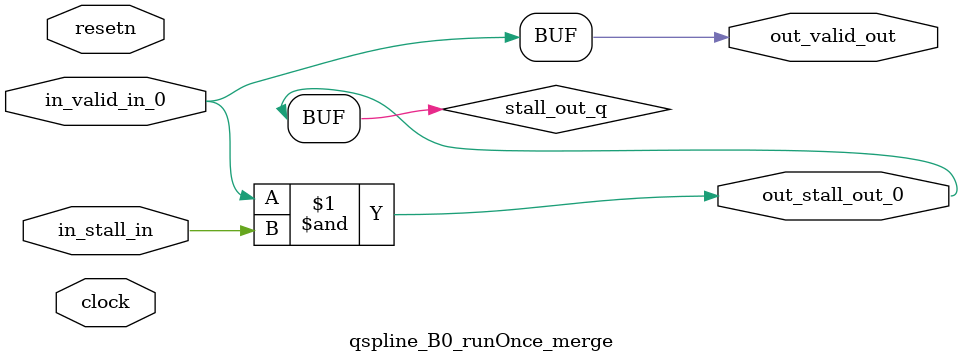
<source format=sv>



(* altera_attribute = "-name AUTO_SHIFT_REGISTER_RECOGNITION OFF; -name MESSAGE_DISABLE 10036; -name MESSAGE_DISABLE 10037; -name MESSAGE_DISABLE 14130; -name MESSAGE_DISABLE 14320; -name MESSAGE_DISABLE 15400; -name MESSAGE_DISABLE 14130; -name MESSAGE_DISABLE 10036; -name MESSAGE_DISABLE 12020; -name MESSAGE_DISABLE 12030; -name MESSAGE_DISABLE 12010; -name MESSAGE_DISABLE 12110; -name MESSAGE_DISABLE 14320; -name MESSAGE_DISABLE 13410; -name MESSAGE_DISABLE 113007; -name MESSAGE_DISABLE 10958" *)
module qspline_B0_runOnce_merge (
    input wire [0:0] in_stall_in,
    input wire [0:0] in_valid_in_0,
    output wire [0:0] out_stall_out_0,
    output wire [0:0] out_valid_out,
    input wire clock,
    input wire resetn
    );

    wire [0:0] stall_out_q;


    // stall_out(LOGICAL,6)
    assign stall_out_q = in_valid_in_0 & in_stall_in;

    // out_stall_out_0(GPOUT,4)
    assign out_stall_out_0 = stall_out_q;

    // out_valid_out(GPOUT,5)
    assign out_valid_out = in_valid_in_0;

endmodule

</source>
